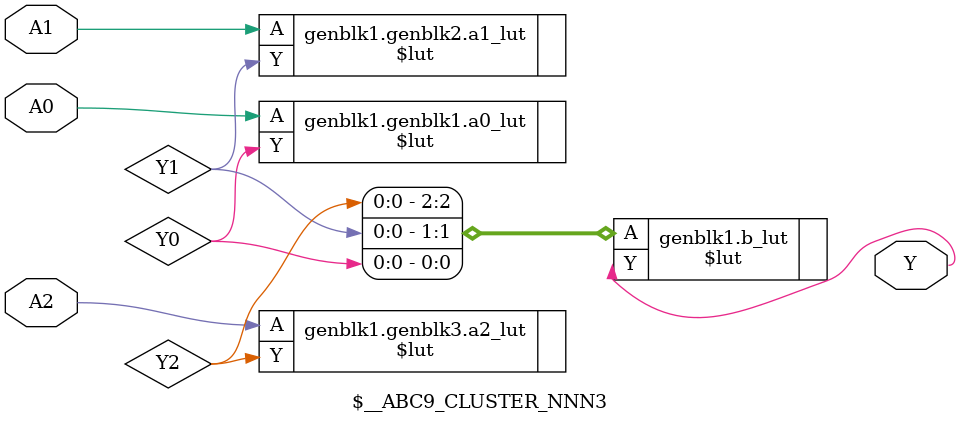
<source format=v>
/*
 *  yosys -- Yosys Open SYnthesis Suite
 *
 *  Copyright (C) 2012  Clifford Wolf <clifford@clifford.at>
 *                2019  Eddie Hung    <eddie@fpgeh.com>
 *
 *  Permission to use, copy, modify, and/or distribute this software for any
 *  purpose with or without fee is hereby granted, provided that the above
 *  copyright notice and this permission notice appear in all copies.
 *
 *  THE SOFTWARE IS PROVIDED "AS IS" AND THE AUTHOR DISCLAIMS ALL WARRANTIES
 *  WITH REGARD TO THIS SOFTWARE INCLUDING ALL IMPLIED WARRANTIES OF
 *  MERCHANTABILITY AND FITNESS. IN NO EVENT SHALL THE AUTHOR BE LIABLE FOR
 *  ANY SPECIAL, DIRECT, INDIRECT, OR CONSEQUENTIAL DAMAGES OR ANY DAMAGES
 *  WHATSOEVER RESULTING FROM LOSS OF USE, DATA OR PROFITS, WHETHER IN AN
 *  ACTION OF CONTRACT, NEGLIGENCE OR OTHER TORTIOUS ACTION, ARISING OUT OF
 *  OR IN CONNECTION WITH THE USE OR PERFORMANCE OF THIS SOFTWARE.
 *
 */

// Convert negative-polarity reset to positive-polarity
(* techmap_celltype = "$_DFF_NN0_" *)
module _90_dff_nn0_to_np0 (input D, C, R, output Q); \$_DFF_NP0_  _TECHMAP_REPLACE_ (.D(D), .Q(Q), .C(C), .R(~R)); endmodule
(* techmap_celltype = "$_DFF_PN0_" *)
module _90_dff_pn0_to_pp0 (input D, C, R, output Q); \$_DFF_PP0_  _TECHMAP_REPLACE_ (.D(D), .Q(Q), .C(C), .R(~R)); endmodule
(* techmap_celltype = "$_DFF_NN1_" *)
module _90_dff_nn1_to_np1 (input D, C, R, output Q); \$_DFF_NP1_   _TECHMAP_REPLACE_ (.D(D), .Q(Q), .C(C), .R(~R)); endmodule
(* techmap_celltype = "$_DFF_PN1_" *)
module _90_dff_pn1_to_pp1 (input D, C, R, output Q); \$_DFF_PP1_   _TECHMAP_REPLACE_ (.D(D), .Q(Q), .C(C), .R(~R)); endmodule

(* techmap_celltype = "$__DFFE_NN0" *)
module _90_dffe_nn0_to_np0 (input D, C, R, E, output Q); \$__DFFE_NP0  _TECHMAP_REPLACE_ (.D(D), .Q(Q), .C(C), .R(~R), .E(E)); endmodule
(* techmap_celltype = "$__DFFE_PN0" *)
module _90_dffe_pn0_to_pp0 (input D, C, R, E, output Q); \$__DFFE_PP0  _TECHMAP_REPLACE_ (.D(D), .Q(Q), .C(C), .R(~R), .E(E)); endmodule
(* techmap_celltype = "$__DFFE_NN1" *)
module _90_dffe_nn1_to_np1 (input D, C, R, E, output Q); \$__DFFE_NP1   _TECHMAP_REPLACE_ (.D(D), .Q(Q), .C(C), .R(~R), .E(E)); endmodule
(* techmap_celltype = "$__DFFE_PN1" *)
module _90_dffe_pn1_to_pp1 (input D, C, R, E, output Q); \$__DFFE_PP1   _TECHMAP_REPLACE_ (.D(D), .Q(Q), .C(C), .R(~R), .E(E)); endmodule

(* techmap_celltype = "$__DFFS_NN0_" *)
module _90_dffs_nn0_to_np0 (input D, C, R, output Q); \$__DFFS_NP0_  _TECHMAP_REPLACE_ (.D(D), .Q(Q), .C(C), .R(~R)); endmodule
(* techmap_celltype = "$__DFFS_PN0_" *)
module _90_dffs_pn0_to_pp0 (input D, C, R, output Q); \$__DFFS_PP0_  _TECHMAP_REPLACE_ (.D(D), .Q(Q), .C(C), .R(~R)); endmodule
(* techmap_celltype = "$__DFFS_NN1_" *)
module _90_dffs_nn1_to_np1 (input D, C, R, output Q); \$__DFFS_NP1_   _TECHMAP_REPLACE_ (.D(D), .Q(Q), .C(C), .R(~R)); endmodule
(* techmap_celltype = "$__DFFS_PN1_" *)
module _90_dffs_pn1_to_pp1 (input D, C, R, output Q); \$__DFFS_PP1_   _TECHMAP_REPLACE_ (.D(D), .Q(Q), .C(C), .R(~R)); endmodule

(* techmap_celltype = "$__DFFSE_NN0" *)
module _90_dffse_nn0_to_np0 (input D, C, R, E, output Q); \$__DFFSE_NP0  _TECHMAP_REPLACE_ (.D(D), .Q(Q), .C(C), .R(~R), .E(E)); endmodule
(* techmap_celltype = "$__DFFSE_PN0" *)
module _90_dffse_pn0_to_pp0 (input D, C, R, E, output Q); \$__DFFSE_PP0  _TECHMAP_REPLACE_ (.D(D), .Q(Q), .C(C), .R(~R), .E(E)); endmodule
(* techmap_celltype = "$__DFFSE_NN1" *)
module _90_dffse_nn1_to_np1 (input D, C, R, E, output Q); \$__DFFSE_NP1   _TECHMAP_REPLACE_ (.D(D), .Q(Q), .C(C), .R(~R), .E(E)); endmodule
(* techmap_celltype = "$__DFFSE_PN1" *)
module _90_dffse_pn1_to_pp1 (input D, C, R, E, output Q); \$__DFFSE_PP1   _TECHMAP_REPLACE_ (.D(D), .Q(Q), .C(C), .R(~R), .E(E)); endmodule

module \$__SHREG_ (input C, input D, input E, output Q);
  parameter DEPTH = 0;
  parameter [DEPTH-1:0] INIT = 0;
  parameter CLKPOL = 1;
  parameter ENPOL = 2;

  \$__XILINX_SHREG_ #(.DEPTH(DEPTH), .INIT(INIT), .CLKPOL(CLKPOL), .ENPOL(ENPOL)) _TECHMAP_REPLACE_ (.C(C), .D(D), .L(DEPTH-1), .E(E), .Q(Q));
endmodule

module \$__XILINX_SHREG_ (input C, input D, input [31:0] L, input E, output Q, output SO);
  parameter DEPTH = 0;
  parameter [DEPTH-1:0] INIT = 0;
  parameter CLKPOL = 1;
  parameter ENPOL = 2;

  // shregmap's INIT parameter shifts out LSB first;
  // however Xilinx expects MSB first
  function [DEPTH-1:0] brev;
    input [DEPTH-1:0] din;
    integer i;
    begin
      for (i = 0; i < DEPTH; i=i+1)
        brev[i] = din[DEPTH-1-i];
    end
  endfunction
  localparam [DEPTH-1:0] INIT_R = brev(INIT);

  parameter _TECHMAP_CONSTMSK_L_ = 0;

  wire CE;
  generate
    if (ENPOL == 0)
      assign CE = ~E;
    else if (ENPOL == 1)
      assign CE = E;
    else
      assign CE = 1'b1;
    if (DEPTH == 1) begin
      if (CLKPOL)
          FDRE #(.INIT(INIT_R)) _TECHMAP_REPLACE_ (.D(D), .Q(Q), .C(C), .CE(CE), .R(1'b0));
      else
          FDRE_1 #(.INIT(INIT_R)) _TECHMAP_REPLACE_ (.D(D), .Q(Q), .C(C), .CE(CE), .R(1'b0));
    end else
    if (DEPTH <= 16) begin
      SRL16E #(.INIT(INIT_R), .IS_CLK_INVERTED(~CLKPOL[0])) _TECHMAP_REPLACE_ (.A0(L[0]), .A1(L[1]), .A2(L[2]), .A3(L[3]), .CE(CE), .CLK(C), .D(D), .Q(Q));
    end else
    if (DEPTH > 17 && DEPTH <= 32) begin
      SRLC32E #(.INIT(INIT_R), .IS_CLK_INVERTED(~CLKPOL[0])) _TECHMAP_REPLACE_ (.A(L[4:0]), .CE(CE), .CLK(C), .D(D), .Q(Q));
    end else
    if (DEPTH > 33 && DEPTH <= 64) begin
      wire T0, T1, T2;
      SRLC32E #(.INIT(INIT_R[32-1:0]), .IS_CLK_INVERTED(~CLKPOL[0])) fpga_srl_0 (.A(L[4:0]), .CE(CE), .CLK(C), .D(D), .Q(T0), .Q31(T1));
      \$__XILINX_SHREG_ #(.DEPTH(DEPTH-32), .INIT(INIT[DEPTH-32-1:0]), .CLKPOL(CLKPOL), .ENPOL(ENPOL)) fpga_srl_1 (.C(C), .D(T1), .L(L), .E(E), .Q(T2));
      if (&_TECHMAP_CONSTMSK_L_)
        assign Q = T2;
      else
        MUXF7 fpga_mux_0 (.O(Q), .I0(T0), .I1(T2), .S(L[5]));
    end else
    if (DEPTH > 65 && DEPTH <= 96) begin
      wire T0, T1, T2, T3, T4, T5, T6;
      SRLC32E #(.INIT(INIT_R[32-1: 0]), .IS_CLK_INVERTED(~CLKPOL[0])) fpga_srl_0 (.A(L[4:0]), .CE(CE), .CLK(C), .D( D), .Q(T0), .Q31(T1));
      SRLC32E #(.INIT(INIT_R[64-1:32]), .IS_CLK_INVERTED(~CLKPOL[0])) fpga_srl_1 (.A(L[4:0]), .CE(CE), .CLK(C), .D(T1), .Q(T2), .Q31(T3));
      \$__XILINX_SHREG_ #(.DEPTH(DEPTH-64), .INIT(INIT[DEPTH-64-1:0]), .CLKPOL(CLKPOL), .ENPOL(ENPOL)) fpga_srl_2 (.C(C), .D(T3), .L(L[4:0]), .E(E), .Q(T4));
      if (&_TECHMAP_CONSTMSK_L_)
        assign Q = T4;
      else
        \$__XILINX_MUXF78 fpga_hard_mux (.I0(T0), .I1(T2), .I2(T4), .I3(1'bx), .S0(L[5]), .S1(L[6]), .O(Q));
    end else
    if (DEPTH > 97 && DEPTH < 128) begin
      wire T0, T1, T2, T3, T4, T5, T6, T7, T8;
      SRLC32E #(.INIT(INIT_R[32-1: 0]), .IS_CLK_INVERTED(~CLKPOL[0])) fpga_srl_0 (.A(L[4:0]), .CE(CE), .CLK(C), .D( D), .Q(T0), .Q31(T1));
      SRLC32E #(.INIT(INIT_R[64-1:32]), .IS_CLK_INVERTED(~CLKPOL[0])) fpga_srl_1 (.A(L[4:0]), .CE(CE), .CLK(C), .D(T1), .Q(T2), .Q31(T3));
      SRLC32E #(.INIT(INIT_R[96-1:64]), .IS_CLK_INVERTED(~CLKPOL[0])) fpga_srl_2 (.A(L[4:0]), .CE(CE), .CLK(C), .D(T3), .Q(T4), .Q31(T5));
      \$__XILINX_SHREG_ #(.DEPTH(DEPTH-96), .INIT(INIT[DEPTH-96-1:0]), .CLKPOL(CLKPOL), .ENPOL(ENPOL)) fpga_srl_3 (.C(C), .D(T5), .L(L[4:0]), .E(E), .Q(T6));
      if (&_TECHMAP_CONSTMSK_L_)
        assign Q = T6;
      else
        \$__XILINX_MUXF78 fpga_hard_mux (.I0(T0), .I1(T2), .I2(T4), .I3(T6), .S0(L[5]), .S1(L[6]), .O(Q));
    end
    else if (DEPTH == 128) begin
      wire T0, T1, T2, T3, T4, T5, T6;
      SRLC32E #(.INIT(INIT_R[ 32-1: 0]), .IS_CLK_INVERTED(~CLKPOL[0])) fpga_srl_0 (.A(L[4:0]), .CE(CE), .CLK(C), .D( D), .Q(T0), .Q31(T1));
      SRLC32E #(.INIT(INIT_R[ 64-1:32]), .IS_CLK_INVERTED(~CLKPOL[0])) fpga_srl_1 (.A(L[4:0]), .CE(CE), .CLK(C), .D(T1), .Q(T2), .Q31(T3));
      SRLC32E #(.INIT(INIT_R[ 96-1:64]), .IS_CLK_INVERTED(~CLKPOL[0])) fpga_srl_2 (.A(L[4:0]), .CE(CE), .CLK(C), .D(T3), .Q(T4), .Q31(T5));
      SRLC32E #(.INIT(INIT_R[128-1:96]), .IS_CLK_INVERTED(~CLKPOL[0])) fpga_srl_3 (.A(L[4:0]), .CE(CE), .CLK(C), .D(T5), .Q(T6), .Q31(SO));
      if (&_TECHMAP_CONSTMSK_L_)
        assign Q = T6;
      else
        \$__XILINX_MUXF78 fpga_hard_mux (.I0(T0), .I1(T2), .I2(T4), .I3(T6), .S0(L[5]), .S1(L[6]), .O(Q));
    end
    // For fixed length, if just 1 over a convenient value, decompose
    else if (DEPTH <= 129 && &_TECHMAP_CONSTMSK_L_) begin
      wire T;
      \$__XILINX_SHREG_ #(.DEPTH(DEPTH-1), .INIT(INIT[DEPTH-1:1]), .CLKPOL(CLKPOL), .ENPOL(ENPOL)) fpga_srl      (.C(C), .D(D), .L({32{1'b1}}), .E(E), .Q(T));
      \$__XILINX_SHREG_ #(.DEPTH(1),       .INIT(INIT[0]),         .CLKPOL(CLKPOL), .ENPOL(ENPOL)) fpga_srl_last (.C(C), .D(T), .L(L), .E(E), .Q(Q));
    end
    // For variable length, if just 1 over a convenient value, then bump up one more
    else if (DEPTH < 129 && ~&_TECHMAP_CONSTMSK_L_)
      \$__XILINX_SHREG_ #(.DEPTH(DEPTH+1), .INIT({INIT,1'b0}), .CLKPOL(CLKPOL), .ENPOL(ENPOL)) _TECHMAP_REPLACE_ (.C(C), .D(D), .L(L), .E(E), .Q(Q));
    else begin
      localparam depth0 = 128;
      localparam num_srl128 = DEPTH / depth0;
      localparam depthN = DEPTH % depth0;
      wire [num_srl128 + (depthN > 0 ? 1 : 0) - 1:0] T;
      wire [num_srl128 + (depthN > 0 ? 1 : 0) :0] S;
      assign S[0] = D;
      genvar i;
      for (i = 0; i < num_srl128; i++)
        \$__XILINX_SHREG_ #(.DEPTH(depth0), .INIT(INIT[DEPTH-1-i*depth0-:depth0]), .CLKPOL(CLKPOL), .ENPOL(ENPOL)) fpga_srl      (.C(C), .D(S[i]),          .L(L[$clog2(depth0)-1:0]), .E(E), .Q(T[i]), .SO(S[i+1]));

      if (depthN > 0)
        \$__XILINX_SHREG_ #(.DEPTH(depthN), .INIT(INIT[depthN-1:0]),               .CLKPOL(CLKPOL), .ENPOL(ENPOL)) fpga_srl_last (.C(C), .D(S[num_srl128]), .L(L[$clog2(depth0)-1:0]), .E(E), .Q(T[num_srl128]));

      if (&_TECHMAP_CONSTMSK_L_)
        assign Q = T[num_srl128 + (depthN > 0 ? 1 : 0) - 1];
      else
        assign Q = T[L[DEPTH-1:$clog2(depth0)]];
    end
  endgenerate
endmodule

`ifdef MIN_MUX_INPUTS
module \$__XILINX_SHIFTX (A, B, Y);
  parameter A_SIGNED = 0;
  parameter B_SIGNED = 0;
  parameter A_WIDTH = 1;
  parameter B_WIDTH = 1;
  parameter Y_WIDTH = 1;

  (* force_downto *)
  input [A_WIDTH-1:0] A;
  (* force_downto *)
  input [B_WIDTH-1:0] B;
  (* force_downto *)
  output [Y_WIDTH-1:0] Y;

  parameter [A_WIDTH-1:0] _TECHMAP_CONSTMSK_A_ = 0;
  parameter [A_WIDTH-1:0] _TECHMAP_CONSTVAL_A_ = 0;
  parameter [B_WIDTH-1:0] _TECHMAP_CONSTMSK_B_ = 0;
  parameter [B_WIDTH-1:0] _TECHMAP_CONSTVAL_B_ = 0;

  function integer A_WIDTH_trimmed;
    input integer start;
  begin
    A_WIDTH_trimmed = start;
    while (A_WIDTH_trimmed > 0 && _TECHMAP_CONSTMSK_A_[A_WIDTH_trimmed-1] && _TECHMAP_CONSTVAL_A_[A_WIDTH_trimmed-1] === 1'bx)
      A_WIDTH_trimmed = A_WIDTH_trimmed - 1;
  end
  endfunction

  generate
    genvar i, j;
    // Bit-blast
    if (Y_WIDTH > 1) begin
      for (i = 0; i < Y_WIDTH; i++)
        \$__XILINX_SHIFTX  #(.A_SIGNED(A_SIGNED), .B_SIGNED(B_SIGNED), .A_WIDTH(A_WIDTH-Y_WIDTH+1), .B_WIDTH(B_WIDTH), .Y_WIDTH(1'd1)) bitblast (.A(A[A_WIDTH-Y_WIDTH+i:i]), .B(B), .Y(Y[i]));
    end
    // If the LSB of B is constant zero (and Y_WIDTH is 1) then
    //   we can optimise by removing every other entry from A
    //   and popping the constant zero from B
    else if (_TECHMAP_CONSTMSK_B_[0] && !_TECHMAP_CONSTVAL_B_[0]) begin
      wire [(A_WIDTH+1)/2-1:0] A_i;
      for (i = 0; i < (A_WIDTH+1)/2; i++)
        assign A_i[i] = A[i*2];
      \$__XILINX_SHIFTX  #(.A_SIGNED(A_SIGNED), .B_SIGNED(B_SIGNED), .A_WIDTH((A_WIDTH+1'd1)/2'd2), .B_WIDTH(B_WIDTH-1'd1), .Y_WIDTH(Y_WIDTH)) _TECHMAP_REPLACE_ (.A(A_i), .B(B[B_WIDTH-1:1]), .Y(Y));
    end
    // Trim off any leading 1'bx -es in A
    else if (_TECHMAP_CONSTMSK_A_[A_WIDTH-1] && _TECHMAP_CONSTVAL_A_[A_WIDTH-1] === 1'bx) begin
      localparam A_WIDTH_new = A_WIDTH_trimmed(A_WIDTH-1);
      \$__XILINX_SHIFTX  #(.A_SIGNED(A_SIGNED), .B_SIGNED(B_SIGNED), .A_WIDTH(A_WIDTH_new), .B_WIDTH(B_WIDTH), .Y_WIDTH(Y_WIDTH)) _TECHMAP_REPLACE_ (.A(A[A_WIDTH_new-1:0]), .B(B), .Y(Y));
    end
    else if (A_WIDTH < `MIN_MUX_INPUTS) begin
      wire _TECHMAP_FAIL_ = 1;
    end
    else if (A_WIDTH == 2) begin
      MUXF7 fpga_hard_mux (.I0(A[0]), .I1(A[1]), .S(B[0]), .O(Y));
    end
    else if (A_WIDTH <= 4) begin
      wire [4-1:0] Ax;
      if (A_WIDTH == 4)
        assign Ax = A;
      else
        // Rather than extend with 1'bx which gets flattened to 1'b0
        // causing the "don't care" status to get lost, extend with
        // the same driver of F7B.I0 so that we can optimise F7B away
        // later
        assign Ax = {A[1], A};
      \$__XILINX_MUXF78 fpga_hard_mux (.I0(Ax[0]), .I1(Ax[2]), .I2(Ax[1]), .I3(Ax[3]), .S0(B[1]), .S1(B[0]), .O(Y));
    end
    // Note that the following decompositions are 'backwards' in that
    // the LSBs are placed on the hard resources, and the soft resources
    // are used for MSBs.
    // This has the effect of more effectively utilising the hard mux;
    // take for example a 5:1 multiplexer, currently this would map as:
    //
    //     A[0] \___  __                             A[0] \__  __
    //     A[4] /   \|  \       whereas the more     A[1] /  \|  \
    //     A[1] _____|   |      obvious mapping      A[2] \___|   |
    //     A[2] _____|   |--    of MSBs to hard      A[3] /   |   |__
    //     A[3]______|   |      resources would      A[4] ____|   |
    //               |__/       lead to:             1'bx ____|   |
    //                ||                                      |__/
    //                ||                                       ||
    //              B[1:0]                                   B[1:2]
    //
    // Expectation would be that the 'forward' mapping (right) is more
    // area efficient (consider a 9:1 multiplexer using 2x4:1 multiplexers
    // on its I0 and I1 inputs, and A[8] and 1'bx on its I2 and I3 inputs)
    // but that the 'backwards' mapping (left) is more delay efficient
    // since smaller LUTs are faster than wider ones.
    else if (A_WIDTH <= 8) begin
      wire [8-1:0] Ax = {{{8-A_WIDTH}{1'bx}}, A};
      wire T0 = B[2] ? Ax[4] : Ax[0];
      wire T1 = B[2] ? Ax[5] : Ax[1];
      wire T2 = B[2] ? Ax[6] : Ax[2];
      wire T3 = B[2] ? Ax[7] : Ax[3];
      \$__XILINX_MUXF78 fpga_hard_mux (.I0(T0), .I1(T2), .I2(T1), .I3(T3), .S0(B[1]), .S1(B[0]), .O(Y));
    end
    else if (A_WIDTH <= 16) begin
      wire [16-1:0] Ax = {{{16-A_WIDTH}{1'bx}}, A};
      wire T0 = B[2] ? B[3] ? Ax[12] : Ax[4]
                     : B[3] ? Ax[ 8] : Ax[0];
      wire T1 = B[2] ? B[3] ? Ax[13] : Ax[5]
                     : B[3] ? Ax[ 9] : Ax[1];
      wire T2 = B[2] ? B[3] ? Ax[14] : Ax[6]
                     : B[3] ? Ax[10] : Ax[2];
      wire T3 = B[2] ? B[3] ? Ax[15] : Ax[7]
                     : B[3] ? Ax[11] : Ax[3];
      \$__XILINX_MUXF78 fpga_hard_mux (.I0(T0), .I1(T2), .I2(T1), .I3(T3), .S0(B[1]), .S1(B[0]), .O(Y));
    end
    else begin
      localparam num_mux16 = (A_WIDTH+15) / 16;
      localparam clog2_num_mux16 = $clog2(num_mux16);
      wire [num_mux16-1:0] T;
      wire [num_mux16*16-1:0] Ax = {{(num_mux16*16-A_WIDTH){1'bx}}, A};
      for (i = 0; i < num_mux16; i++)
        \$__XILINX_SHIFTX  #(
          .A_SIGNED(A_SIGNED),
          .B_SIGNED(B_SIGNED),
          .A_WIDTH(16),
          .B_WIDTH(4),
          .Y_WIDTH(Y_WIDTH)
        ) fpga_mux (
          .A(Ax[i*16+:16]),
          .B(B[3:0]),
          .Y(T[i])
        );
      \$__XILINX_SHIFTX  #(
          .A_SIGNED(A_SIGNED),
          .B_SIGNED(B_SIGNED),
          .A_WIDTH(num_mux16),
          .B_WIDTH(clog2_num_mux16),
          .Y_WIDTH(Y_WIDTH)
      ) _TECHMAP_REPLACE_ (
          .A(T),
          .B(B[B_WIDTH-1-:clog2_num_mux16]),
          .Y(Y));
    end
  endgenerate
endmodule

(* techmap_celltype = "$__XILINX_SHIFTX" *)
module _90__XILINX_SHIFTX (A, B, Y);
  parameter A_SIGNED = 0;
  parameter B_SIGNED = 0;
  parameter A_WIDTH = 1;
  parameter B_WIDTH = 1;
  parameter Y_WIDTH = 1;

  (* force_downto *)
  input [A_WIDTH-1:0] A;
  (* force_downto *)
  input [B_WIDTH-1:0] B;
  (* force_downto *)
  output [Y_WIDTH-1:0] Y;

  \$shiftx  #(.A_SIGNED(A_SIGNED), .B_SIGNED(B_SIGNED), .A_WIDTH(A_WIDTH), .B_WIDTH(B_WIDTH), .Y_WIDTH(Y_WIDTH)) _TECHMAP_REPLACE_ (.A(A), .B(B), .Y(Y));
endmodule

module \$_MUX_ (A, B, S, Y);
  input A, B, S;
  output Y;
  generate
    if (`MIN_MUX_INPUTS == 2)
      \$__XILINX_SHIFTX  #(.A_SIGNED(0), .B_SIGNED(0), .A_WIDTH(2), .B_WIDTH(1), .Y_WIDTH(1)) _TECHMAP_REPLACE_ (.A({B,A}), .B(S), .Y(Y));
    else
      wire _TECHMAP_FAIL_ = 1;
  endgenerate
endmodule

module \$_MUX4_ (A, B, C, D, S, T, Y);
  input A, B, C, D, S, T;
  output Y;
  \$__XILINX_SHIFTX  #(.A_SIGNED(0), .B_SIGNED(0), .A_WIDTH(4), .B_WIDTH(2), .Y_WIDTH(1)) _TECHMAP_REPLACE_ (.A({D,C,B,A}), .B({T,S}), .Y(Y));
endmodule

module \$_MUX8_ (A, B, C, D, E, F, G, H, S, T, U, Y);
  input A, B, C, D, E, F, G, H, S, T, U;
  output Y;
  \$__XILINX_SHIFTX  #(.A_SIGNED(0), .B_SIGNED(0), .A_WIDTH(8), .B_WIDTH(3), .Y_WIDTH(1)) _TECHMAP_REPLACE_ (.A({H,G,F,E,D,C,B,A}), .B({U,T,S}), .Y(Y));
endmodule

module \$_MUX16_ (A, B, C, D, E, F, G, H, I, J, K, L, M, N, O, P, S, T, U, V, Y);
  input A, B, C, D, E, F, G, H, I, J, K, L, M, N, O, P, S, T, U, V;
  output Y;
  \$__XILINX_SHIFTX  #(.A_SIGNED(0), .B_SIGNED(0), .A_WIDTH(16), .B_WIDTH(4), .Y_WIDTH(1)) _TECHMAP_REPLACE_ (.A({P,O,N,M,L,K,J,I,H,G,F,E,D,C,B,A}), .B({V,U,T,S}), .Y(Y));
endmodule
`endif

module \$__XILINX_MUXF78 (O, I0, I1, I2, I3, S0, S1);
  output O;
  input I0, I1, I2, I3, S0, S1;
  wire T0, T1;
  parameter _TECHMAP_BITS_CONNMAP_ = 0;
  parameter [_TECHMAP_BITS_CONNMAP_-1:0] _TECHMAP_CONNMAP_I0_ = 0;
  parameter [_TECHMAP_BITS_CONNMAP_-1:0] _TECHMAP_CONNMAP_I1_ = 0;
  parameter [_TECHMAP_BITS_CONNMAP_-1:0] _TECHMAP_CONNMAP_I2_ = 0;
  parameter [_TECHMAP_BITS_CONNMAP_-1:0] _TECHMAP_CONNMAP_I3_ = 0;
  parameter _TECHMAP_CONSTMSK_S0_ = 0;
  parameter _TECHMAP_CONSTVAL_S0_ = 0;
  parameter _TECHMAP_CONSTMSK_S1_ = 0;
  parameter _TECHMAP_CONSTVAL_S1_ = 0;
  if (_TECHMAP_CONSTMSK_S0_ && _TECHMAP_CONSTVAL_S0_ === 1'b1)
    assign T0 = I1;
  else if (_TECHMAP_CONSTMSK_S0_ || _TECHMAP_CONNMAP_I0_ === _TECHMAP_CONNMAP_I1_)
    assign T0 = I0;
  else
    MUXF7 mux7a (.I0(I0), .I1(I1), .S(S0), .O(T0));
  if (_TECHMAP_CONSTMSK_S0_ && _TECHMAP_CONSTVAL_S0_ === 1'b1)
    assign T1 = I3;
  else if (_TECHMAP_CONSTMSK_S0_ || _TECHMAP_CONNMAP_I2_ === _TECHMAP_CONNMAP_I3_)
    assign T1 = I2;
  else
    MUXF7 mux7b (.I0(I2), .I1(I3), .S(S0), .O(T1));
  if (_TECHMAP_CONSTMSK_S1_ && _TECHMAP_CONSTVAL_S1_ === 1'b1)
    assign O = T1;
  else if (_TECHMAP_CONSTMSK_S1_ || (_TECHMAP_CONNMAP_I0_ === _TECHMAP_CONNMAP_I1_ && _TECHMAP_CONNMAP_I1_ === _TECHMAP_CONNMAP_I2_ && _TECHMAP_CONNMAP_I2_ === _TECHMAP_CONNMAP_I3_))
    assign O = T0;
  else
    MUXF8 mux8 (.I0(T0), .I1(T1), .S(S1), .O(O));
endmodule

module \$__XILINX_TINOUTPAD (input I, OE, output O, inout IO);
  IOBUF _TECHMAP_REPLACE_ (.I(I), .O(O), .T(~OE), .IO(IO));
endmodule

module \$__XILINX_TOUTPAD (input I, OE, output O);
  OBUFT _TECHMAP_REPLACE_ (.I(I), .O(O), .T(~OE));
endmodule

module \$__ABC9_CLUSTER_NNN3 (input [A0_WIDTH-1:0] A0, input [A1_WIDTH-1:0] A1, input [A2_WIDTH-1:0] A2, output Y);
  parameter A0_WIDTH = 1;
  parameter A1_WIDTH = 1;
  parameter A2_WIDTH = 1;
  parameter A0_LUT = 0;
  parameter A1_LUT = 0;
  parameter A2_LUT = 0;
  localparam B_WIDTH = 3;
  parameter [2**B_WIDTH-1:0] B_LUT = 0;

  wire Y0, Y1, Y2;

  generate
    if (B_LUT == 8'b11011000 && A0_WIDTH == 1 && A0_LUT == 2'b10) begin
      MUXF7 mux (.I0(Y2), .I1(Y1), .S(A0), .O(Y));
      $lut #(.WIDTH(A1_WIDTH), .LUT(A1_LUT)) a1_lut (.A(A1), .Y(Y1));
      $lut #(.WIDTH(A2_WIDTH), .LUT(A2_LUT)) a2_lut (.A(A2), .Y(Y2));
    end
    else begin
      $lut #(.WIDTH(B_WIDTH), .LUT(B_LUT)) b_lut (.A({Y2,Y1,Y0}), .Y(Y));

      if (A0_WIDTH == 1 && A0_LUT == 2'b10)
        assign Y0 = A0; // Get rid of route-through
      else
        $lut #(.WIDTH(A0_WIDTH), .LUT(A0_LUT)) a0_lut (.A(A0), .Y(Y0));
      if (A1_WIDTH == 1 && A1_LUT == 2'b10)
        assign Y1 = A1; // Get rid of route-through
      else
        $lut #(.WIDTH(A1_WIDTH), .LUT(A1_LUT)) a1_lut (.A(A1), .Y(Y1));
      if (A2_WIDTH == 1 && A2_LUT == 2'b10)
        assign Y2 = A2; // Get rid of route-through
      else
        $lut #(.WIDTH(A2_WIDTH), .LUT(A2_LUT)) a2_lut (.A(A2), .Y(Y2));

    end
  endgenerate
endmodule

</source>
